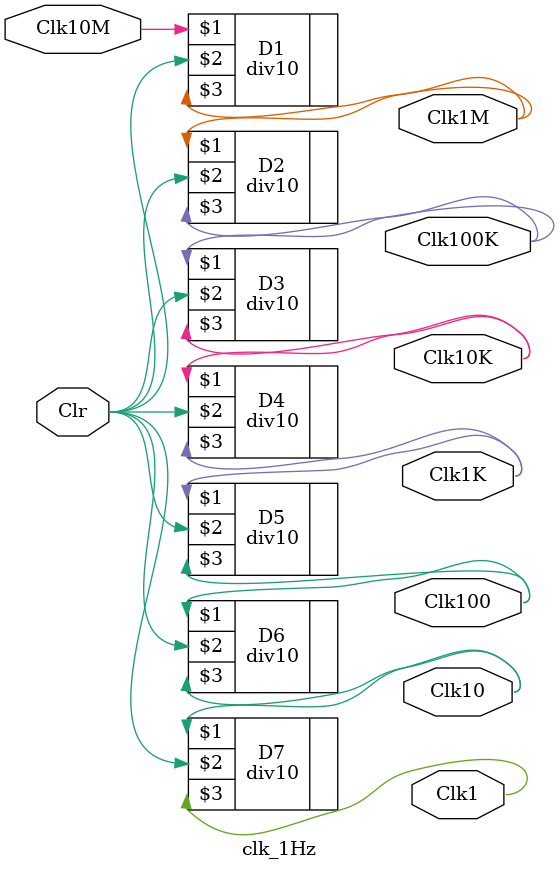
<source format=v>

module clk_1Hz (Clk10M,Clr,Clk1M,Clk100K,Clk10K,Clk1K,
                Clk100,Clk10,Clk1);
input  Clk10M,Clr;		// ¤@¦ì¤¸¿é¤J
output Clk1M,Clk100K,Clk10K,Clk1K,
       Clk100,Clk10,Clk1;	// ¤@¦ì¤¸¿é¥X

div10 D1 (Clk10M , Clr, Clk1M  );
div10 D2 (Clk1M  , Clr, Clk100K);
div10 D3 (Clk100K, Clr, Clk10K );
div10 D4 (Clk10K , Clr, Clk1K  );
div10 D5 (Clk1K  , Clr, Clk100 );
div10 D6 (Clk100 , Clr, Clk10  );
div10 D7 (Clk10  , Clr, Clk1   );

endmodule

</source>
